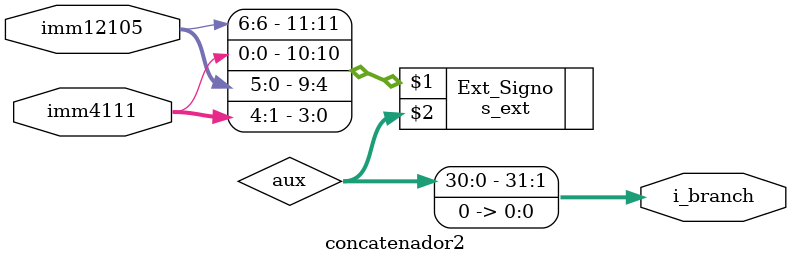
<source format=sv>
`timescale 1ns / 1ps


module concatenador2(
    input [6:0]imm12105,
    input [4:0]imm4111,
    output [31:0]i_branch
    );
    
    wire[31:0]aux;
    s_ext Ext_Signo({imm12105[6],imm4111[0],imm12105[5:0],imm4111[4:1]},aux);
    
    assign i_branch = aux<<1;
    
endmodule

</source>
